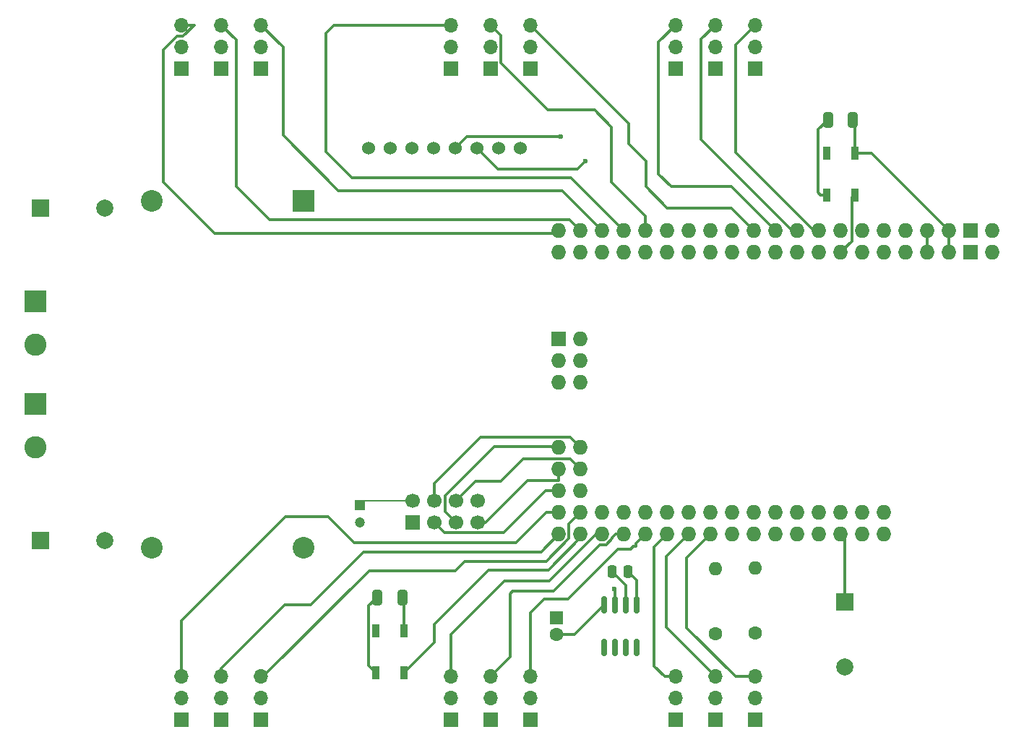
<source format=gbr>
%TF.GenerationSoftware,KiCad,Pcbnew,8.0.7*%
%TF.CreationDate,2025-07-10T17:57:13-04:00*%
%TF.ProjectId,_autosave-Hexapod V2,5f617574-6f73-4617-9665-2d4865786170,rev?*%
%TF.SameCoordinates,Original*%
%TF.FileFunction,Copper,L1,Top*%
%TF.FilePolarity,Positive*%
%FSLAX46Y46*%
G04 Gerber Fmt 4.6, Leading zero omitted, Abs format (unit mm)*
G04 Created by KiCad (PCBNEW 8.0.7) date 2025-07-10 17:57:13*
%MOMM*%
%LPD*%
G01*
G04 APERTURE LIST*
G04 Aperture macros list*
%AMRoundRect*
0 Rectangle with rounded corners*
0 $1 Rounding radius*
0 $2 $3 $4 $5 $6 $7 $8 $9 X,Y pos of 4 corners*
0 Add a 4 corners polygon primitive as box body*
4,1,4,$2,$3,$4,$5,$6,$7,$8,$9,$2,$3,0*
0 Add four circle primitives for the rounded corners*
1,1,$1+$1,$2,$3*
1,1,$1+$1,$4,$5*
1,1,$1+$1,$6,$7*
1,1,$1+$1,$8,$9*
0 Add four rect primitives between the rounded corners*
20,1,$1+$1,$2,$3,$4,$5,0*
20,1,$1+$1,$4,$5,$6,$7,0*
20,1,$1+$1,$6,$7,$8,$9,0*
20,1,$1+$1,$8,$9,$2,$3,0*%
G04 Aperture macros list end*
%TA.AperFunction,ComponentPad*%
%ADD10R,1.700000X1.700000*%
%TD*%
%TA.AperFunction,ComponentPad*%
%ADD11O,1.700000X1.700000*%
%TD*%
%TA.AperFunction,SMDPad,CuDef*%
%ADD12RoundRect,0.090000X-0.360000X0.660000X-0.360000X-0.660000X0.360000X-0.660000X0.360000X0.660000X0*%
%TD*%
%TA.AperFunction,SMDPad,CuDef*%
%ADD13RoundRect,0.250000X0.325000X0.650000X-0.325000X0.650000X-0.325000X-0.650000X0.325000X-0.650000X0*%
%TD*%
%TA.AperFunction,ComponentPad*%
%ADD14R,2.600000X2.600000*%
%TD*%
%TA.AperFunction,ComponentPad*%
%ADD15C,2.600000*%
%TD*%
%TA.AperFunction,ComponentPad*%
%ADD16C,2.540000*%
%TD*%
%TA.AperFunction,ComponentPad*%
%ADD17R,2.540000X2.540000*%
%TD*%
%TA.AperFunction,ComponentPad*%
%ADD18R,1.200000X1.200000*%
%TD*%
%TA.AperFunction,ComponentPad*%
%ADD19C,1.200000*%
%TD*%
%TA.AperFunction,ComponentPad*%
%ADD20R,2.000000X2.000000*%
%TD*%
%TA.AperFunction,ComponentPad*%
%ADD21C,2.000000*%
%TD*%
%TA.AperFunction,SMDPad,CuDef*%
%ADD22RoundRect,0.150000X0.150000X-0.825000X0.150000X0.825000X-0.150000X0.825000X-0.150000X-0.825000X0*%
%TD*%
%TA.AperFunction,ComponentPad*%
%ADD23R,1.600000X1.600000*%
%TD*%
%TA.AperFunction,ComponentPad*%
%ADD24C,1.600000*%
%TD*%
%TA.AperFunction,SMDPad,CuDef*%
%ADD25RoundRect,0.250000X-0.250000X-0.475000X0.250000X-0.475000X0.250000X0.475000X-0.250000X0.475000X0*%
%TD*%
%TA.AperFunction,ComponentPad*%
%ADD26C,1.700000*%
%TD*%
%TA.AperFunction,ComponentPad*%
%ADD27O,1.727200X1.727200*%
%TD*%
%TA.AperFunction,ComponentPad*%
%ADD28R,1.727200X1.727200*%
%TD*%
%TA.AperFunction,ComponentPad*%
%ADD29O,1.600000X1.600000*%
%TD*%
%TA.AperFunction,ComponentPad*%
%ADD30C,1.524000*%
%TD*%
%TA.AperFunction,ViaPad*%
%ADD31C,0.600000*%
%TD*%
%TA.AperFunction,Conductor*%
%ADD32C,0.300000*%
%TD*%
%TA.AperFunction,Conductor*%
%ADD33C,0.500000*%
%TD*%
%TA.AperFunction,Conductor*%
%ADD34C,0.200000*%
%TD*%
G04 APERTURE END LIST*
D10*
%TO.P,Tibia,1,Pin_1*%
%TO.N,GND*%
X143650000Y-53650000D03*
D11*
%TO.P,Tibia,2,Pin_2*%
%TO.N,S+*%
X143650000Y-51110000D03*
%TO.P,Tibia,3,Pin_3*%
%TO.N,S15*%
X143650000Y-48570000D03*
%TD*%
D12*
%TO.P,Hexapod,1,VDD*%
%TO.N,+5V*%
X190965000Y-63570000D03*
%TO.P,Hexapod,2,DOUT*%
%TO.N,unconnected-(D1-DOUT-Pad2)*%
X187665000Y-63570000D03*
%TO.P,Hexapod,3,VSS*%
%TO.N,GND*%
X187665000Y-68470000D03*
%TO.P,Hexapod,4,DIN*%
%TO.N,LED1*%
X190965000Y-68470000D03*
%TD*%
D13*
%TO.P,C1,1*%
%TO.N,+5V*%
X190790000Y-59670000D03*
%TO.P,C1,2*%
%TO.N,GND*%
X187840000Y-59670000D03*
%TD*%
D14*
%TO.P,J1,1,Pin_1*%
%TO.N,GND*%
X95000000Y-80950000D03*
D15*
%TO.P,J1,2,Pin_2*%
%TO.N,VIN*%
X95000000Y-86030000D03*
%TD*%
D10*
%TO.P,Femur,1,Pin_1*%
%TO.N,GND*%
X174650000Y-53650000D03*
D11*
%TO.P,Femur,2,Pin_2*%
%TO.N,S+*%
X174650000Y-51110000D03*
%TO.P,Femur,3,Pin_3*%
%TO.N,S11*%
X174650000Y-48570000D03*
%TD*%
D16*
%TO.P,REF\u002A\u002A,2*%
%TO.N,GND*%
X108610000Y-69170000D03*
%TO.P,REF\u002A\u002A,3*%
X108610000Y-109810000D03*
%TO.P,REF\u002A\u002A,4*%
%TO.N,S+*%
X126390000Y-109810000D03*
D17*
%TO.P,REF\u002A\u002A,B*%
%TO.N,VIN*%
X126390000Y-69170000D03*
%TD*%
D12*
%TO.P,Battery,1,VDD*%
%TO.N,+5V*%
X138150000Y-119550000D03*
%TO.P,Battery,2,DOUT*%
%TO.N,unconnected-(D2-DOUT-Pad2)*%
X134850000Y-119550000D03*
%TO.P,Battery,3,VSS*%
%TO.N,GND*%
X134850000Y-124450000D03*
%TO.P,Battery,4,DIN*%
%TO.N,LED2*%
X138150000Y-124450000D03*
%TD*%
D18*
%TO.P,C3,1*%
%TO.N,+3.3V*%
X133000000Y-104839500D03*
D19*
%TO.P,C3,2*%
%TO.N,GND*%
X133000000Y-106839500D03*
%TD*%
D20*
%TO.P,C5,1*%
%TO.N,VIN*%
X95625000Y-109000000D03*
D21*
%TO.P,C5,2*%
%TO.N,GND*%
X103125000Y-109000000D03*
%TD*%
D22*
%TO.P,U3,1,IP+*%
%TO.N,VIN*%
X161595000Y-121475000D03*
%TO.P,U3,2,IP+*%
X162865000Y-121475000D03*
%TO.P,U3,3,IP-*%
X164135000Y-121475000D03*
%TO.P,U3,4,IP-*%
X165405000Y-121475000D03*
%TO.P,U3,5,GND*%
%TO.N,GND*%
X165405000Y-116525000D03*
%TO.P,U3,6,FILTER*%
%TO.N,Net-(U3-FILTER)*%
X164135000Y-116525000D03*
%TO.P,U3,7,VIOUT*%
%TO.N,Current Reading*%
X162865000Y-116525000D03*
%TO.P,U3,8,VCC*%
%TO.N,+5V*%
X161595000Y-116525000D03*
%TD*%
D20*
%TO.P,BZ1,1,+*%
%TO.N,Buzzer*%
X189800000Y-116200000D03*
D21*
%TO.P,BZ1,2,-*%
%TO.N,GND*%
X189800000Y-123800000D03*
%TD*%
D10*
%TO.P,Femur,1,Pin_1*%
%TO.N,GND*%
X148300000Y-130000000D03*
D11*
%TO.P,Femur,2,Pin_2*%
%TO.N,S+*%
X148300000Y-127460000D03*
%TO.P,Femur,3,Pin_3*%
%TO.N,S5*%
X148300000Y-124920000D03*
%TD*%
D10*
%TO.P,Coxa,1,Pin_1*%
%TO.N,GND*%
X152950000Y-53650000D03*
D11*
%TO.P,Coxa,2,Pin_2*%
%TO.N,S+*%
X152950000Y-51110000D03*
%TO.P,Coxa,3,Pin_3*%
%TO.N,S13*%
X152950000Y-48570000D03*
%TD*%
D10*
%TO.P,Coxa,1,Pin_1*%
%TO.N,GND*%
X179300000Y-130000000D03*
D11*
%TO.P,Coxa,2,Pin_2*%
%TO.N,S+*%
X179300000Y-127460000D03*
%TO.P,Coxa,3,Pin_3*%
%TO.N,S1*%
X179300000Y-124920000D03*
%TD*%
D23*
%TO.P,C7,1*%
%TO.N,GND*%
X156000000Y-118000000D03*
D24*
%TO.P,C7,2*%
%TO.N,+5V*%
X156000000Y-120000000D03*
%TD*%
D10*
%TO.P,Femur,1,Pin_1*%
%TO.N,GND*%
X174650000Y-130000000D03*
D11*
%TO.P,Femur,2,Pin_2*%
%TO.N,S+*%
X174650000Y-127460000D03*
%TO.P,Femur,3,Pin_3*%
%TO.N,S2*%
X174650000Y-124920000D03*
%TD*%
D10*
%TO.P,Coxa,1,Pin_1*%
%TO.N,GND*%
X179300000Y-53650000D03*
D11*
%TO.P,Coxa,2,Pin_2*%
%TO.N,S+*%
X179300000Y-51110000D03*
%TO.P,Coxa,3,Pin_3*%
%TO.N,S10*%
X179300000Y-48570000D03*
%TD*%
D10*
%TO.P,Coxa,1,Pin_1*%
%TO.N,GND*%
X121400000Y-53650000D03*
D11*
%TO.P,Coxa,2,Pin_2*%
%TO.N,S+*%
X121400000Y-51110000D03*
%TO.P,Coxa,3,Pin_3*%
%TO.N,S16*%
X121400000Y-48570000D03*
%TD*%
D25*
%TO.P,C6,1*%
%TO.N,Net-(U3-FILTER)*%
X162550000Y-112650000D03*
%TO.P,C6,2*%
%TO.N,GND*%
X164450000Y-112650000D03*
%TD*%
D10*
%TO.P,Tibia,1,Pin_1*%
%TO.N,GND*%
X112100000Y-130000000D03*
D11*
%TO.P,Tibia,2,Pin_2*%
%TO.N,S+*%
X112100000Y-127460000D03*
%TO.P,Tibia,3,Pin_3*%
%TO.N,S9*%
X112100000Y-124920000D03*
%TD*%
D10*
%TO.P,Femur,1,Pin_1*%
%TO.N,GND*%
X116750000Y-130000000D03*
D11*
%TO.P,Femur,2,Pin_2*%
%TO.N,S+*%
X116750000Y-127460000D03*
%TO.P,Femur,3,Pin_3*%
%TO.N,S8*%
X116750000Y-124920000D03*
%TD*%
D10*
%TO.P,Tibia,1,Pin_1*%
%TO.N,GND*%
X170000000Y-130000000D03*
D11*
%TO.P,Tibia,2,Pin_2*%
%TO.N,S+*%
X170000000Y-127460000D03*
%TO.P,Tibia,3,Pin_3*%
%TO.N,S3*%
X170000000Y-124920000D03*
%TD*%
D10*
%TO.P,U2,1,GND*%
%TO.N,GND*%
X139175000Y-106839500D03*
D26*
%TO.P,U2,2,VCC*%
%TO.N,+3.3V*%
X139175000Y-104299500D03*
%TO.P,U2,3,CE*%
%TO.N,CE*%
X141715000Y-106839500D03*
%TO.P,U2,4,~{CSN}*%
%TO.N,CSN*%
X141715000Y-104299500D03*
%TO.P,U2,5,SCK*%
%TO.N,SCK*%
X144255000Y-106839500D03*
%TO.P,U2,6,MOSI*%
%TO.N,MOSI*%
X144255000Y-104299500D03*
%TO.P,U2,7,MISO*%
%TO.N,MISO*%
X146795000Y-106839500D03*
%TO.P,U2,8,IRQ*%
%TO.N,unconnected-(U2-IRQ-Pad8)*%
X146795000Y-104299500D03*
%TD*%
D27*
%TO.P,A1,3V31,3.3V*%
%TO.N,+3.3V*%
X199475000Y-75210000D03*
%TO.P,A1,3V32,3.3V*%
X199475000Y-72670000D03*
%TO.P,A1,5V1,5V*%
%TO.N,+5V*%
X202015000Y-75210000D03*
%TO.P,A1,5V2,SPI_5V*%
X156295000Y-90450000D03*
%TO.P,A1,5V3,5V*%
X202015000Y-72670000D03*
%TO.P,A1,A0,A0*%
%TO.N,unconnected-(A1-PadA0)*%
X194395000Y-108230000D03*
%TO.P,A1,A1,A1*%
%TO.N,unconnected-(A1-PadA1)*%
X194395000Y-105690000D03*
%TO.P,A1,A2,A2*%
%TO.N,VD Reading*%
X191855000Y-108230000D03*
%TO.P,A1,A3,A3*%
%TO.N,unconnected-(A1-PadA3)*%
X191855000Y-105690000D03*
%TO.P,A1,A4,A4*%
%TO.N,Buzzer*%
X189315000Y-108230000D03*
%TO.P,A1,A5,A5*%
%TO.N,unconnected-(A1-PadA5)*%
X189315000Y-105690000D03*
%TO.P,A1,A6,A6*%
%TO.N,unconnected-(A1-PadA6)*%
X186775000Y-108230000D03*
%TO.P,A1,A7,A7*%
%TO.N,unconnected-(A1-PadA7)*%
X186775000Y-105690000D03*
%TO.P,A1,A8,A8*%
%TO.N,unconnected-(A1-PadA8)*%
X184235000Y-108230000D03*
%TO.P,A1,A9,A9*%
%TO.N,unconnected-(A1-PadA9)*%
X184235000Y-105690000D03*
%TO.P,A1,A10,A10*%
%TO.N,unconnected-(A1-PadA10)*%
X181695000Y-108230000D03*
%TO.P,A1,A11,A11*%
%TO.N,unconnected-(A1-PadA11)*%
X181695000Y-105690000D03*
%TO.P,A1,A12,A12*%
%TO.N,unconnected-(A1-PadA12)*%
X179155000Y-108230000D03*
%TO.P,A1,A13,A13*%
%TO.N,unconnected-(A1-PadA13)*%
X179155000Y-105690000D03*
%TO.P,A1,A14,A14*%
%TO.N,Current Reading*%
X176615000Y-108230000D03*
%TO.P,A1,A15,A15*%
%TO.N,unconnected-(A1-PadA15)*%
X176615000Y-105690000D03*
%TO.P,A1,AREF,AREF*%
%TO.N,unconnected-(A1-PadAREF)*%
X196935000Y-75210000D03*
%TO.P,A1,D0,D0/RX0*%
%TO.N,unconnected-(A1-D0{slash}RX0-PadD0)*%
X194395000Y-75210000D03*
%TO.P,A1,D1,D1/TX0*%
%TO.N,unconnected-(A1-D1{slash}TX0-PadD1)*%
X194395000Y-72670000D03*
%TO.P,A1,D2,D2_INT0*%
%TO.N,unconnected-(A1-D2_INT0-PadD2)*%
X191855000Y-75210000D03*
%TO.P,A1,D3,D3_INT1*%
%TO.N,unconnected-(A1-D3_INT1-PadD3)*%
X191855000Y-72670000D03*
%TO.P,A1,D4,D4*%
%TO.N,LED1*%
X189315000Y-75210000D03*
%TO.P,A1,D5,D5*%
%TO.N,unconnected-(A1-PadD5)*%
X189315000Y-72670000D03*
%TO.P,A1,D6,D6*%
%TO.N,unconnected-(A1-PadD6)*%
X186775000Y-75210000D03*
%TO.P,A1,D7,D7*%
%TO.N,S10*%
X186775000Y-72670000D03*
%TO.P,A1,D8,D8*%
%TO.N,unconnected-(A1-PadD8)*%
X184235000Y-75210000D03*
%TO.P,A1,D9,D9*%
%TO.N,S11*%
X184235000Y-72670000D03*
%TO.P,A1,D10,D10*%
%TO.N,unconnected-(A1-PadD10)*%
X181695000Y-75210000D03*
%TO.P,A1,D11,D11*%
%TO.N,S12*%
X181695000Y-72670000D03*
%TO.P,A1,D12,D12*%
%TO.N,unconnected-(A1-PadD12)*%
X179155000Y-75210000D03*
%TO.P,A1,D13,D13*%
%TO.N,S13*%
X179155000Y-72670000D03*
%TO.P,A1,D14,D14/TX3*%
%TO.N,unconnected-(A1-D14{slash}TX3-PadD14)*%
X176615000Y-75210000D03*
%TO.P,A1,D15,D15/RX3*%
%TO.N,unconnected-(A1-D15{slash}RX3-PadD15)*%
X176615000Y-72670000D03*
%TO.P,A1,D16,D16/TX2*%
%TO.N,unconnected-(A1-D16{slash}TX2-PadD16)*%
X174075000Y-75210000D03*
%TO.P,A1,D17,D17/RX2*%
%TO.N,unconnected-(A1-D17{slash}RX2-PadD17)*%
X174075000Y-72670000D03*
%TO.P,A1,D18,D18/TX1*%
%TO.N,unconnected-(A1-D18{slash}TX1-PadD18)*%
X171535000Y-75210000D03*
%TO.P,A1,D19,D19/RX1*%
%TO.N,unconnected-(A1-D19{slash}RX1-PadD19)*%
X171535000Y-72670000D03*
%TO.P,A1,D20,D20/SDA*%
%TO.N,SDA*%
X168995000Y-75210000D03*
%TO.P,A1,D21,D21/SCL*%
%TO.N,SCL*%
X168995000Y-72670000D03*
%TO.P,A1,D22,D22*%
%TO.N,unconnected-(A1-PadD22)*%
X166455000Y-75210000D03*
%TO.P,A1,D23,D23*%
%TO.N,S14*%
X166455000Y-72670000D03*
%TO.P,A1,D24,D24*%
%TO.N,unconnected-(A1-PadD24)*%
X163915000Y-75210000D03*
%TO.P,A1,D25,D25*%
%TO.N,S15*%
X163915000Y-72670000D03*
%TO.P,A1,D26,D26*%
%TO.N,unconnected-(A1-PadD26)*%
X161375000Y-75210000D03*
%TO.P,A1,D27,D27*%
%TO.N,S16*%
X161375000Y-72670000D03*
%TO.P,A1,D28,D28*%
%TO.N,unconnected-(A1-PadD28)*%
X158835000Y-75210000D03*
%TO.P,A1,D29,D29*%
%TO.N,S17*%
X158835000Y-72670000D03*
%TO.P,A1,D30,D30*%
%TO.N,unconnected-(A1-PadD30)*%
X156295000Y-75210000D03*
%TO.P,A1,D31,D31*%
%TO.N,S18*%
X156295000Y-72670000D03*
%TO.P,A1,D32,D32*%
%TO.N,S1*%
X174075000Y-108230000D03*
%TO.P,A1,D33,D33*%
%TO.N,unconnected-(A1-PadD33)*%
X174075000Y-105690000D03*
%TO.P,A1,D34,D34*%
%TO.N,S2*%
X171535000Y-108230000D03*
%TO.P,A1,D35,D35*%
%TO.N,unconnected-(A1-PadD35)*%
X171535000Y-105690000D03*
%TO.P,A1,D36,D36*%
%TO.N,S3*%
X168995000Y-108230000D03*
%TO.P,A1,D37,D37*%
%TO.N,unconnected-(A1-PadD37)*%
X168995000Y-105690000D03*
%TO.P,A1,D38,D38*%
%TO.N,S4*%
X166455000Y-108230000D03*
%TO.P,A1,D39,D39*%
%TO.N,unconnected-(A1-PadD39)*%
X166455000Y-105690000D03*
%TO.P,A1,D40,D40*%
%TO.N,S5*%
X163915000Y-108230000D03*
%TO.P,A1,D41,D41*%
%TO.N,unconnected-(A1-PadD41)*%
X163915000Y-105690000D03*
%TO.P,A1,D42,D42*%
%TO.N,S6*%
X161375000Y-108230000D03*
%TO.P,A1,D43,D43*%
%TO.N,unconnected-(A1-PadD43)*%
X161375000Y-105690000D03*
%TO.P,A1,D44,D44*%
%TO.N,LED2*%
X158835000Y-108230000D03*
%TO.P,A1,D45,D45*%
%TO.N,S7*%
X158835000Y-105690000D03*
%TO.P,A1,D46,D46*%
%TO.N,S8*%
X156295000Y-108230000D03*
%TO.P,A1,D47,D47*%
%TO.N,S9*%
X156295000Y-105690000D03*
%TO.P,A1,D48,D48*%
%TO.N,CE*%
X156295000Y-103150000D03*
%TO.P,A1,D49,D49*%
%TO.N,unconnected-(A1-PadD49)*%
X158835000Y-103150000D03*
%TO.P,A1,D50,D50_MISO*%
%TO.N,MISO*%
X156295000Y-100610000D03*
%TO.P,A1,D51,D51_MOSI*%
%TO.N,MOSI*%
X158835000Y-100610000D03*
%TO.P,A1,D52,D52_SCK*%
%TO.N,SCK*%
X156295000Y-98070000D03*
%TO.P,A1,D53,D53_CS*%
%TO.N,CSN*%
X158835000Y-98070000D03*
D28*
%TO.P,A1,GND1,GND*%
%TO.N,GND*%
X204555000Y-75210000D03*
%TO.P,A1,GND2,GND*%
X204555000Y-72670000D03*
%TO.P,A1,GND4,SPI_GND*%
X156295000Y-85370000D03*
D27*
%TO.P,A1,MISO,SPI_MISO*%
%TO.N,unconnected-(A1-SPI_MISO-PadMISO)*%
X158835000Y-90450000D03*
%TO.P,A1,MOSI,SPI_MOSI*%
%TO.N,unconnected-(A1-SPI_MOSI-PadMOSI)*%
X156295000Y-87910000D03*
%TO.P,A1,RST1,RESET*%
%TO.N,unconnected-(A1-RESET-PadRST1)*%
X196935000Y-72670000D03*
%TO.P,A1,RST2,SPI_RESET*%
%TO.N,unconnected-(A1-SPI_RESET-PadRST2)*%
X158835000Y-85370000D03*
%TO.P,A1,SCK,SPI_SCK*%
%TO.N,unconnected-(A1-SPI_SCK-PadSCK)*%
X158835000Y-87910000D03*
%TO.P,A1,VIN1,VIN*%
%TO.N,VIN*%
X207095000Y-75210000D03*
%TO.P,A1,VIN2,VIN*%
X207095000Y-72670000D03*
%TD*%
D10*
%TO.P,Tibia,1,Pin_1*%
%TO.N,GND*%
X143650000Y-130000000D03*
D11*
%TO.P,Tibia,2,Pin_2*%
%TO.N,S+*%
X143650000Y-127460000D03*
%TO.P,Tibia,3,Pin_3*%
%TO.N,S6*%
X143650000Y-124920000D03*
%TD*%
D10*
%TO.P,Coxa,1,Pin_1*%
%TO.N,GND*%
X121400000Y-130000000D03*
D11*
%TO.P,Coxa,2,Pin_2*%
%TO.N,S+*%
X121400000Y-127460000D03*
%TO.P,Coxa,3,Pin_3*%
%TO.N,S7*%
X121400000Y-124920000D03*
%TD*%
D10*
%TO.P,Coxa,1,Pin_1*%
%TO.N,GND*%
X152950000Y-130000000D03*
D11*
%TO.P,Coxa,2,Pin_2*%
%TO.N,S+*%
X152950000Y-127460000D03*
%TO.P,Coxa,3,Pin_3*%
%TO.N,S4*%
X152950000Y-124920000D03*
%TD*%
D20*
%TO.P,C4,1*%
%TO.N,VIN*%
X95625000Y-69980000D03*
D21*
%TO.P,C4,2*%
%TO.N,GND*%
X103125000Y-69980000D03*
%TD*%
D10*
%TO.P,Tibia,1,Pin_1*%
%TO.N,GND*%
X112100000Y-53650000D03*
D11*
%TO.P,Tibia,2,Pin_2*%
%TO.N,S+*%
X112100000Y-51110000D03*
%TO.P,Tibia,3,Pin_3*%
%TO.N,S18*%
X112100000Y-48570000D03*
%TD*%
D13*
%TO.P,C2,1*%
%TO.N,+5V*%
X137975000Y-115650000D03*
%TO.P,C2,2*%
%TO.N,GND*%
X135025000Y-115650000D03*
%TD*%
D10*
%TO.P,Tibia,1,Pin_1*%
%TO.N,GND*%
X170000000Y-53650000D03*
D11*
%TO.P,Tibia,2,Pin_2*%
%TO.N,S+*%
X170000000Y-51110000D03*
%TO.P,Tibia,3,Pin_3*%
%TO.N,S12*%
X170000000Y-48570000D03*
%TD*%
D24*
%TO.P,R2,1*%
%TO.N,GND*%
X179337600Y-119790000D03*
D29*
%TO.P,R2,2*%
%TO.N,VD Reading*%
X179337600Y-112170000D03*
%TD*%
D10*
%TO.P,Femur,1,Pin_1*%
%TO.N,GND*%
X148300000Y-53650000D03*
D11*
%TO.P,Femur,2,Pin_2*%
%TO.N,S+*%
X148300000Y-51110000D03*
%TO.P,Femur,3,Pin_3*%
%TO.N,S14*%
X148300000Y-48570000D03*
%TD*%
D30*
%TO.P,U1,1,VCC*%
%TO.N,+3.3V*%
X151780000Y-63000000D03*
%TO.P,U1,2,GND*%
%TO.N,GND*%
X149240000Y-63000000D03*
%TO.P,U1,3,SCL*%
%TO.N,SCL*%
X146700000Y-63000000D03*
%TO.P,U1,4,SDA*%
%TO.N,SDA*%
X144160000Y-63000000D03*
%TO.P,U1,5,XDA*%
%TO.N,unconnected-(U1-XDA-Pad5)*%
X141620000Y-63000000D03*
%TO.P,U1,6,XCL*%
%TO.N,unconnected-(U1-XCL-Pad6)*%
X139080000Y-63000000D03*
%TO.P,U1,7,ADD*%
%TO.N,unconnected-(U1-ADD-Pad7)*%
X136540000Y-63000000D03*
%TO.P,U1,8,INT*%
%TO.N,unconnected-(U1-INT-Pad8)*%
X134000000Y-63000000D03*
%TD*%
D24*
%TO.P,R1,1*%
%TO.N,VD Reading*%
X174650000Y-119920000D03*
D29*
%TO.P,R1,2*%
%TO.N,VIN*%
X174650000Y-112300000D03*
%TD*%
D14*
%TO.P,J1,1,Pin_1*%
%TO.N,VIN*%
X95000000Y-92950000D03*
D15*
%TO.P,J1,2,Pin_2*%
X95000000Y-98030000D03*
%TD*%
D10*
%TO.P,Femur,1,Pin_1*%
%TO.N,GND*%
X116750000Y-53650000D03*
D11*
%TO.P,Femur,2,Pin_2*%
%TO.N,S+*%
X116750000Y-51110000D03*
%TO.P,Femur,3,Pin_3*%
%TO.N,S17*%
X116750000Y-48570000D03*
%TD*%
D31*
%TO.N,+5V*%
X161595000Y-116525000D03*
X138012500Y-115687500D03*
%TO.N,GND*%
X164450000Y-112650000D03*
X134850000Y-124450000D03*
X135025000Y-115650000D03*
X187840000Y-59670000D03*
%TO.N,VIN*%
X165405000Y-121475000D03*
X161595000Y-121475000D03*
X162865000Y-121475000D03*
X164135000Y-121475000D03*
%TO.N,SDA*%
X156579800Y-61635200D03*
%TO.N,SCL*%
X159419800Y-64560200D03*
%TO.N,Current Reading*%
X162800000Y-114600000D03*
%TD*%
D32*
%TO.N,+5V*%
X161595000Y-116525000D02*
X158120000Y-120000000D01*
X158120000Y-120000000D02*
X156000000Y-120000000D01*
X190965000Y-59845000D02*
X190790000Y-59670000D01*
X138012500Y-115687500D02*
X137975000Y-115650000D01*
X190965000Y-63570000D02*
X190965000Y-59845000D01*
X190965000Y-63570000D02*
X192915000Y-63570000D01*
X202015000Y-72670000D02*
X202015000Y-75210000D01*
X138150000Y-119550000D02*
X138150000Y-115825000D01*
X138150000Y-115825000D02*
X138012500Y-115687500D01*
X192915000Y-63570000D02*
X202015000Y-72670000D01*
%TO.N,GND*%
X186700000Y-60810000D02*
X187840000Y-59670000D01*
X186700000Y-68200000D02*
X186700000Y-60810000D01*
D33*
X155977500Y-85687500D02*
X156295000Y-85370000D01*
D32*
X187665000Y-68470000D02*
X186970000Y-68470000D01*
X186970000Y-68470000D02*
X186700000Y-68200000D01*
X134850000Y-124450000D02*
X134050000Y-123650000D01*
X165405000Y-116525000D02*
X165405000Y-113605000D01*
X134050000Y-123650000D02*
X134050000Y-116625000D01*
X165405000Y-113605000D02*
X164450000Y-112650000D01*
X134050000Y-116625000D02*
X135025000Y-115650000D01*
%TO.N,LED1*%
X190641400Y-73883600D02*
X189315000Y-75210000D01*
X190641400Y-68793600D02*
X190641400Y-73883600D01*
X190965000Y-68470000D02*
X190641400Y-68793600D01*
%TO.N,LED2*%
X158835000Y-108665000D02*
X158835000Y-108230000D01*
X148100000Y-112400000D02*
X155100000Y-112400000D01*
X141700000Y-120900000D02*
X141700000Y-118800000D01*
X141700000Y-118800000D02*
X148100000Y-112400000D01*
X138150000Y-124450000D02*
X141700000Y-120900000D01*
X155100000Y-112400000D02*
X158835000Y-108665000D01*
%TO.N,S1*%
X171300000Y-119200000D02*
X171300000Y-111005000D01*
X177020000Y-124920000D02*
X171300000Y-119200000D01*
X179300000Y-124920000D02*
X177020000Y-124920000D01*
X171300000Y-111005000D02*
X174075000Y-108230000D01*
%TO.N,S2*%
X168900000Y-110865000D02*
X171535000Y-108230000D01*
X174650000Y-124920000D02*
X168900000Y-119170000D01*
X168900000Y-119170000D02*
X168900000Y-110865000D01*
%TO.N,S3*%
X167500000Y-109725000D02*
X168995000Y-108230000D01*
X170000000Y-124920000D02*
X168720000Y-124920000D01*
X167500000Y-123700000D02*
X167500000Y-109725000D01*
X168720000Y-124920000D02*
X167500000Y-123700000D01*
%TO.N,S4*%
X163256400Y-109943600D02*
X164741400Y-109943600D01*
X153000000Y-124870000D02*
X153000000Y-117400000D01*
X154600000Y-115800000D02*
X157400000Y-115800000D01*
X165342500Y-109642500D02*
X165342500Y-109342500D01*
X152950000Y-124920000D02*
X153000000Y-124870000D01*
X157400000Y-115800000D02*
X163256400Y-109943600D01*
X165042500Y-109642500D02*
X165342500Y-109642500D01*
X153000000Y-117400000D02*
X154600000Y-115800000D01*
X164741400Y-109943600D02*
X165042500Y-109642500D01*
X165342500Y-109342500D02*
X166455000Y-108230000D01*
%TO.N,S5*%
X162970000Y-108230000D02*
X162588600Y-108611400D01*
X150600000Y-115200000D02*
X150600000Y-122620000D01*
X162588600Y-108732690D02*
X161877690Y-109443600D01*
X150900000Y-114900000D02*
X150600000Y-115200000D01*
X161877690Y-109443600D02*
X161156400Y-109443600D01*
X150600000Y-122620000D02*
X148300000Y-124920000D01*
X163915000Y-108230000D02*
X162970000Y-108230000D01*
X155700000Y-114900000D02*
X150900000Y-114900000D01*
X161156400Y-109443600D02*
X155700000Y-114900000D01*
X162588600Y-108611400D02*
X162588600Y-108732690D01*
%TO.N,S6*%
X149900000Y-113700000D02*
X155200000Y-113700000D01*
X160670000Y-108230000D02*
X161375000Y-108230000D01*
X155200000Y-113700000D02*
X160670000Y-108230000D01*
X143650000Y-124920000D02*
X143650000Y-119950000D01*
X143650000Y-119950000D02*
X149900000Y-113700000D01*
%TO.N,S7*%
X157508600Y-107016400D02*
X158835000Y-105690000D01*
X145300000Y-111400000D02*
X154841290Y-111400000D01*
X144200000Y-112500000D02*
X145300000Y-111400000D01*
X121680000Y-124920000D02*
X134100000Y-112500000D01*
X121400000Y-124920000D02*
X121680000Y-124920000D01*
X134100000Y-112500000D02*
X144200000Y-112500000D01*
X157508600Y-108732690D02*
X157508600Y-107016400D01*
X154841290Y-111400000D02*
X157508600Y-108732690D01*
%TO.N,S8*%
X127220000Y-116500000D02*
X124200000Y-116500000D01*
X156295000Y-108230000D02*
X154225000Y-110300000D01*
X154225000Y-110300000D02*
X133420000Y-110300000D01*
X124200000Y-116500000D02*
X116750000Y-123950000D01*
X133420000Y-110300000D02*
X127220000Y-116500000D01*
X116750000Y-123950000D02*
X116750000Y-124920000D01*
%TO.N,S9*%
X151300000Y-109200000D02*
X132300000Y-109200000D01*
X112100000Y-118400000D02*
X112100000Y-124920000D01*
X156295000Y-105690000D02*
X154810000Y-105690000D01*
X132300000Y-109200000D02*
X129300000Y-106200000D01*
X129300000Y-106200000D02*
X124300000Y-106200000D01*
X124300000Y-106200000D02*
X112100000Y-118400000D01*
X154810000Y-105690000D02*
X151300000Y-109200000D01*
%TO.N,S10*%
X177000000Y-63500000D02*
X186170000Y-72670000D01*
X179300000Y-48570000D02*
X177000000Y-50870000D01*
X177000000Y-50870000D02*
X177000000Y-63500000D01*
X186170000Y-72670000D02*
X186775000Y-72670000D01*
%TO.N,S11*%
X183670000Y-72670000D02*
X184235000Y-72670000D01*
X173000000Y-50220000D02*
X173000000Y-62000000D01*
X174650000Y-48570000D02*
X173000000Y-50220000D01*
X173000000Y-62000000D02*
X183670000Y-72670000D01*
%TO.N,S12*%
X168000000Y-50570000D02*
X168000000Y-66000000D01*
X168000000Y-66000000D02*
X169500000Y-67500000D01*
X176525000Y-67500000D02*
X181695000Y-72670000D01*
X169500000Y-67500000D02*
X176525000Y-67500000D01*
X170000000Y-48570000D02*
X168000000Y-50570000D01*
%TO.N,S13*%
X164500000Y-60120000D02*
X164500000Y-62500000D01*
X176485000Y-70000000D02*
X179155000Y-72670000D01*
X169000000Y-70000000D02*
X176485000Y-70000000D01*
X166500000Y-67500000D02*
X169000000Y-70000000D01*
X166500000Y-64500000D02*
X166500000Y-67500000D01*
X152950000Y-48570000D02*
X164500000Y-60120000D01*
X164500000Y-62500000D02*
X166500000Y-64500000D01*
%TO.N,S14*%
X149500000Y-49770000D02*
X148300000Y-48570000D01*
X155000000Y-58500000D02*
X149500000Y-53000000D01*
X162500000Y-60500000D02*
X160500000Y-58500000D01*
X162500000Y-67000000D02*
X162500000Y-60500000D01*
X149500000Y-53000000D02*
X149500000Y-49770000D01*
X160500000Y-58500000D02*
X155000000Y-58500000D01*
X166455000Y-70955000D02*
X162500000Y-67000000D01*
X166455000Y-72670000D02*
X166455000Y-70955000D01*
%TO.N,S15*%
X129930000Y-48570000D02*
X129000000Y-49500000D01*
X143650000Y-48570000D02*
X129930000Y-48570000D01*
X132112000Y-66500000D02*
X157745000Y-66500000D01*
X157745000Y-66500000D02*
X163915000Y-72670000D01*
X129000000Y-49500000D02*
X129000000Y-63388000D01*
X129000000Y-63388000D02*
X132112000Y-66500000D01*
%TO.N,S16*%
X156705000Y-68000000D02*
X161375000Y-72670000D01*
X124000000Y-51170000D02*
X124000000Y-61500000D01*
X121400000Y-48570000D02*
X124000000Y-51170000D01*
X124000000Y-61500000D02*
X130500000Y-68000000D01*
X130500000Y-68000000D02*
X156705000Y-68000000D01*
%TO.N,S17*%
X116750000Y-48570000D02*
X118500000Y-50320000D01*
X122400000Y-71400000D02*
X157565000Y-71400000D01*
X157565000Y-71400000D02*
X158835000Y-72670000D01*
X118500000Y-50320000D02*
X118500000Y-67500000D01*
X118500000Y-67500000D02*
X122400000Y-71400000D01*
%TO.N,S18*%
X112245000Y-49910000D02*
X111602943Y-49910000D01*
X155965000Y-73000000D02*
X156295000Y-72670000D01*
X111602943Y-49910000D02*
X110000000Y-51512943D01*
X113585000Y-48570000D02*
X112245000Y-49910000D01*
X112100000Y-48570000D02*
X113585000Y-48570000D01*
X110000000Y-67000000D02*
X116000000Y-73000000D01*
X116000000Y-73000000D02*
X155965000Y-73000000D01*
X110000000Y-51512943D02*
X110000000Y-67000000D01*
%TO.N,SDA*%
X145524800Y-61635200D02*
X156579800Y-61635200D01*
X144160000Y-63000000D02*
X145524800Y-61635200D01*
D34*
%TO.N,+3.3V*%
X133540000Y-104299500D02*
X133000000Y-104839500D01*
D32*
X199475000Y-72670000D02*
X199475000Y-75210000D01*
D34*
X139175000Y-104299500D02*
X133540000Y-104299500D01*
D32*
%TO.N,SCL*%
X149172700Y-65472700D02*
X146700000Y-63000000D01*
X159419800Y-64560200D02*
X158507300Y-65472700D01*
X158507300Y-65472700D02*
X149172700Y-65472700D01*
%TO.N,MISO*%
X156295000Y-100610000D02*
X156295000Y-101936400D01*
X156295000Y-101936400D02*
X152663600Y-101936400D01*
X147760500Y-106839500D02*
X146795000Y-106839500D01*
X152663600Y-101936400D02*
X147760500Y-106839500D01*
%TO.N,CSN*%
X141715000Y-102285000D02*
X141715000Y-104299500D01*
X147143600Y-96856400D02*
X141715000Y-102285000D01*
X157621400Y-96856400D02*
X147143600Y-96856400D01*
X158835000Y-98070000D02*
X157621400Y-96856400D01*
%TO.N,SCK*%
X156225000Y-98000000D02*
X156295000Y-98070000D01*
X143000000Y-105584500D02*
X143000000Y-103717443D01*
X144234416Y-106818916D02*
X143894089Y-106478589D01*
X148717443Y-98000000D02*
X156225000Y-98000000D01*
X143000000Y-103717443D02*
X148717443Y-98000000D01*
X143894089Y-106478589D02*
X143000000Y-105584500D01*
X144255000Y-106839500D02*
X144234416Y-106818916D01*
%TO.N,MOSI*%
X158835000Y-100610000D02*
X157621400Y-99396400D01*
X149500000Y-102000000D02*
X146554500Y-102000000D01*
X152103600Y-99396400D02*
X149500000Y-102000000D01*
X157621400Y-99396400D02*
X152103600Y-99396400D01*
X146554500Y-102000000D02*
X144255000Y-104299500D01*
%TO.N,Buzzer*%
X189800000Y-116200000D02*
X189800000Y-108715000D01*
X189800000Y-108715000D02*
X189315000Y-108230000D01*
%TO.N,Net-(U3-FILTER)*%
X164135000Y-116525000D02*
X164135000Y-114235000D01*
X164135000Y-114235000D02*
X162550000Y-112650000D01*
%TO.N,Current Reading*%
X162865000Y-116525000D02*
X162865000Y-114665000D01*
X162865000Y-114665000D02*
X162800000Y-114600000D01*
%TO.N,CE*%
X156295000Y-103150000D02*
X154750000Y-103150000D01*
X154750000Y-103150000D02*
X149860500Y-108039500D01*
X149860500Y-108039500D02*
X142915000Y-108039500D01*
X142915000Y-108039500D02*
X141715000Y-106839500D01*
%TD*%
M02*

</source>
